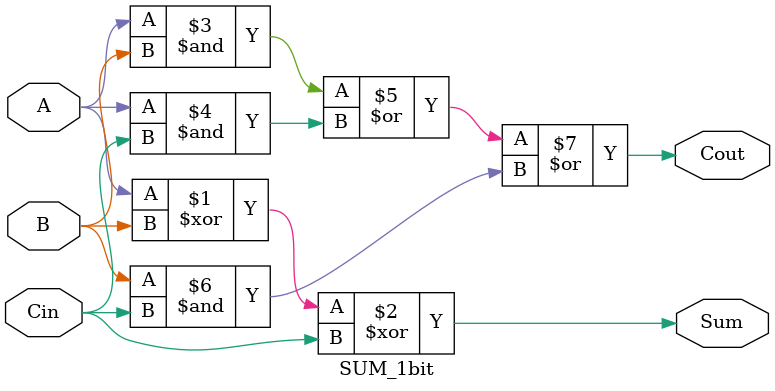
<source format=v>
`timescale 1ns / 1ps

module SUM_1bit(
    input  wire A, // Primer bit de entrada
    input  wire B, // Segundo bit de entrada
    input  wire Cin, // Acarreo de entrada
    output wire Sum, // Suma
    output wire Cout // Acarreo de salida
);
    assign Sum  = A ^ B ^ Cin; // XOR de las entradas
    assign Cout = (A & B) | (A & Cin) | (B & Cin); // Generación de acarreo
endmodule

</source>
